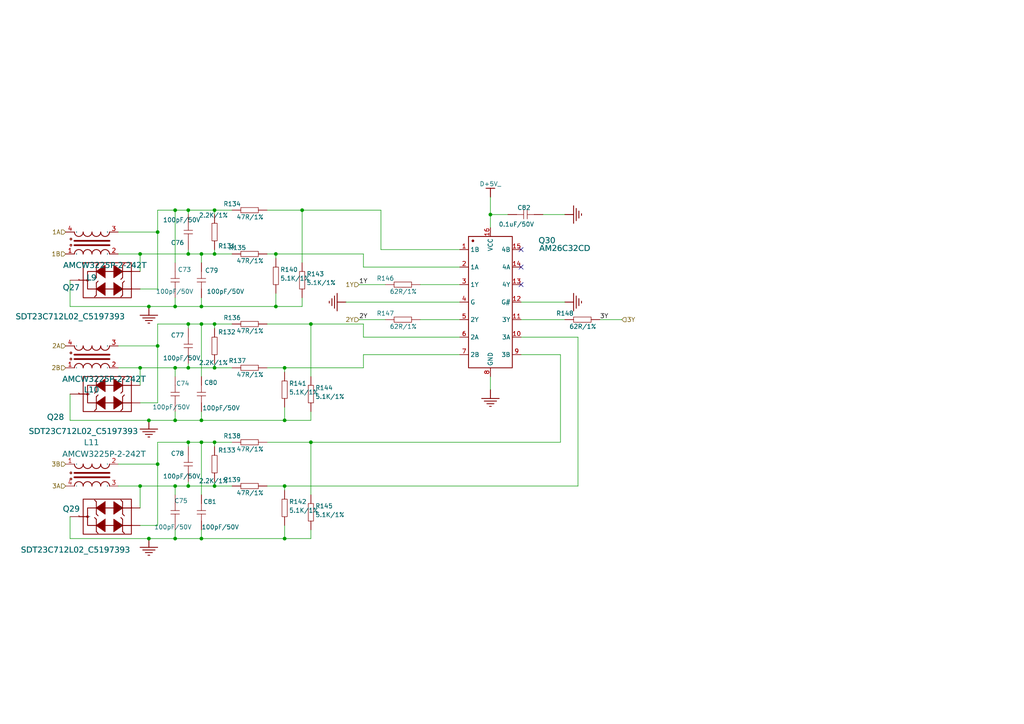
<source format=kicad_sch>
(kicad_sch (version 20250114) (generator "eeschema") (generator_version "9.0")
  (paper "A4")
  (junction (at 50.8 121.92))
  (junction (at 54.61 73.66))
  (junction (at 54.61 106.68))
  (junction (at 62.23 93.98))
  (junction (at 62.23 128.27))
  (junction (at 50.8 88.9))
  (junction (at 82.55 140.97))
  (junction (at 142.24 62.23))
  (junction (at 80.01 73.66))
  (junction (at 62.23 106.68))
  (junction (at 62.23 140.97))
  (junction (at 43.18 88.9))
  (junction (at 40.64 73.66))
  (junction (at 40.64 106.68))
  (junction (at 62.23 60.96))
  (junction (at 40.64 140.97))
  (junction (at 58.42 73.66))
  (junction (at 45.72 67.31))
  (junction (at 87.63 60.96))
  (junction (at 50.8 106.68))
  (junction (at 45.72 134.62))
  (junction (at 54.61 128.27))
  (junction (at 62.23 73.66))
  (junction (at 50.8 60.96))
  (junction (at 58.42 128.27))
  (junction (at 90.17 128.27))
  (junction (at 54.61 60.96))
  (junction (at 58.42 88.9))
  (junction (at 82.55 121.92))
  (junction (at 50.8 156.21))
  (junction (at 58.42 156.21))
  (junction (at 58.42 93.98))
  (junction (at 80.01 88.9))
  (junction (at 82.55 156.21))
  (junction (at 54.61 93.98))
  (junction (at 58.42 121.92))
  (junction (at 54.61 140.97))
  (junction (at 82.55 106.68))
  (junction (at 43.18 121.92))
  (junction (at 90.17 93.98))
  (junction (at 43.18 156.21))
  (junction (at 50.8 140.97))
  (junction (at 45.72 100.33))
  (no_connect (at 151.13 77.47))
  (no_connect (at 151.13 72.39))
  (no_connect (at 151.13 82.55))
  (wire (pts (xy 54.61 60.96) (xy 62.23 60.96)))
  (wire (pts (xy 45.72 128.27) (xy 54.61 128.27)))
  (wire (pts (xy 82.55 140.97) (xy 167.64 140.97)))
  (wire (pts (xy 110.49 60.96) (xy 110.49 72.39)))
  (wire (pts (xy 58.42 128.27) (xy 62.23 128.27)))
  (wire (pts (xy 90.17 121.92) (xy 90.17 119.38)))
  (wire (pts (xy 40.64 152.4) (xy 45.72 152.4)))
  (wire (pts (xy 58.42 156.21) (xy 82.55 156.21)))
  (wire (pts (xy 54.61 72.39) (xy 54.61 73.66)))
  (wire (pts (xy 54.61 129.54) (xy 54.61 128.27)))
  (wire (pts (xy 162.56 128.27) (xy 162.56 102.87)))
  (wire (pts (xy 82.55 121.92) (xy 82.55 118.11)))
  (wire (pts (xy 62.23 128.27) (xy 67.31 128.27)))
  (wire (pts (xy 45.72 83.82) (xy 40.64 83.82)))
  (wire (pts (xy 133.35 87.63) (xy 100.33 87.63)))
  (wire (pts (xy 45.72 60.96) (xy 50.8 60.96)))
  (wire (pts (xy 58.42 93.98) (xy 62.23 93.98)))
  (wire (pts (xy 62.23 93.98) (xy 67.31 93.98)))
  (wire (pts (xy 151.13 92.71) (xy 163.83 92.71)))
  (wire (pts (xy 45.72 100.33) (xy 45.72 116.84)))
  (wire (pts (xy 104.14 92.71) (xy 111.76 92.71)))
  (wire (pts (xy 54.61 73.66) (xy 58.42 73.66)))
  (wire (pts (xy 67.31 73.66) (xy 62.23 73.66)))
  (wire (pts (xy 80.01 85.09) (xy 80.01 88.9)))
  (wire (pts (xy 105.41 97.79) (xy 133.35 97.79)))
  (wire (pts (xy 104.14 82.55) (xy 111.76 82.55)))
  (wire (pts (xy 62.23 106.68) (xy 54.61 106.68)))
  (wire (pts (xy 167.64 140.97) (xy 167.64 97.79)))
  (wire (pts (xy 50.8 109.22) (xy 50.8 106.68)))
  (wire (pts (xy 147.32 62.23) (xy 142.24 62.23)))
  (wire (pts (xy 105.41 106.68) (xy 105.41 102.87)))
  (wire (pts (xy 40.64 106.68) (xy 34.29 106.68)))
  (wire (pts (xy 50.8 88.9) (xy 50.8 86.36)))
  (wire (pts (xy 82.55 107.95) (xy 82.55 106.68)))
  (wire (pts (xy 50.8 156.21) (xy 50.8 153.67)))
  (wire (pts (xy 80.01 74.93) (xy 80.01 73.66)))
  (wire (pts (xy 82.55 142.24) (xy 82.55 140.97)))
  (wire (pts (xy 45.72 100.33) (xy 45.72 93.98)))
  (wire (pts (xy 163.83 62.23) (xy 157.48 62.23)))
  (wire (pts (xy 142.24 62.23) (xy 142.24 66.04)))
  (wire (pts (xy 105.41 102.87) (xy 133.35 102.87)))
  (wire (pts (xy 20.32 88.9) (xy 20.32 81.28)))
  (wire (pts (xy 133.35 82.55) (xy 121.92 82.55)))
  (wire (pts (xy 20.32 121.92) (xy 43.18 121.92)))
  (wire (pts (xy 40.64 73.66) (xy 40.64 78.74)))
  (wire (pts (xy 90.17 143.51) (xy 90.17 128.27)))
  (wire (pts (xy 62.23 140.97) (xy 54.61 140.97)))
  (wire (pts (xy 40.64 73.66) (xy 34.29 73.66)))
  (wire (pts (xy 20.32 88.9) (xy 43.18 88.9)))
  (wire (pts (xy 20.32 114.3) (xy 20.32 121.92)))
  (wire (pts (xy 62.23 73.66) (xy 58.42 73.66)))
  (wire (pts (xy 50.8 60.96) (xy 54.61 60.96)))
  (wire (pts (xy 82.55 156.21) (xy 90.17 156.21)))
  (wire (pts (xy 90.17 156.21) (xy 90.17 153.67)))
  (wire (pts (xy 58.42 128.27) (xy 58.42 143.51)))
  (wire (pts (xy 162.56 102.87) (xy 151.13 102.87)))
  (wire (pts (xy 67.31 106.68) (xy 62.23 106.68)))
  (wire (pts (xy 20.32 156.21) (xy 43.18 156.21)))
  (wire (pts (xy 87.63 86.36) (xy 87.63 88.9)))
  (wire (pts (xy 43.18 88.9) (xy 50.8 88.9)))
  (wire (pts (xy 105.41 73.66) (xy 105.41 77.47)))
  (wire (pts (xy 54.61 93.98) (xy 58.42 93.98)))
  (wire (pts (xy 45.72 134.62) (xy 45.72 128.27)))
  (wire (pts (xy 50.8 60.96) (xy 50.8 76.2)))
  (wire (pts (xy 50.8 106.68) (xy 54.61 106.68)))
  (wire (pts (xy 90.17 128.27) (xy 162.56 128.27)))
  (wire (pts (xy 142.24 57.15) (xy 142.24 62.23)))
  (wire (pts (xy 121.92 92.71) (xy 133.35 92.71)))
  (wire (pts (xy 43.18 121.92) (xy 50.8 121.92)))
  (wire (pts (xy 62.23 95.25) (xy 62.23 93.98)))
  (wire (pts (xy 82.55 106.68) (xy 105.41 106.68)))
  (wire (pts (xy 45.72 134.62) (xy 34.29 134.62)))
  (wire (pts (xy 62.23 72.39) (xy 62.23 73.66)))
  (wire (pts (xy 58.42 121.92) (xy 82.55 121.92)))
  (wire (pts (xy 90.17 128.27) (xy 77.47 128.27)))
  (wire (pts (xy 40.64 140.97) (xy 50.8 140.97)))
  (wire (pts (xy 62.23 105.41) (xy 62.23 106.68)))
  (wire (pts (xy 40.64 116.84) (xy 45.72 116.84)))
  (wire (pts (xy 40.64 106.68) (xy 40.64 111.76)))
  (wire (pts (xy 54.61 60.96) (xy 54.61 62.23)))
  (wire (pts (xy 50.8 143.51) (xy 50.8 140.97)))
  (wire (pts (xy 90.17 93.98) (xy 77.47 93.98)))
  (wire (pts (xy 62.23 62.23) (xy 62.23 60.96)))
  (wire (pts (xy 62.23 139.7) (xy 62.23 140.97)))
  (wire (pts (xy 87.63 60.96) (xy 77.47 60.96)))
  (wire (pts (xy 151.13 87.63) (xy 163.83 87.63)))
  (wire (pts (xy 90.17 109.22) (xy 90.17 93.98)))
  (wire (pts (xy 50.8 140.97) (xy 54.61 140.97)))
  (wire (pts (xy 80.01 73.66) (xy 105.41 73.66)))
  (wire (pts (xy 45.72 134.62) (xy 45.72 152.4)))
  (wire (pts (xy 167.64 97.79) (xy 151.13 97.79)))
  (wire (pts (xy 45.72 100.33) (xy 34.29 100.33)))
  (wire (pts (xy 50.8 88.9) (xy 58.42 88.9)))
  (wire (pts (xy 87.63 76.2) (xy 87.63 60.96)))
  (wire (pts (xy 58.42 121.92) (xy 58.42 119.38)))
  (wire (pts (xy 54.61 128.27) (xy 58.42 128.27)))
  (wire (pts (xy 67.31 140.97) (xy 62.23 140.97)))
  (wire (pts (xy 45.72 93.98) (xy 54.61 93.98)))
  (wire (pts (xy 50.8 121.92) (xy 50.8 119.38)))
  (wire (pts (xy 58.42 73.66) (xy 58.42 76.2)))
  (wire (pts (xy 50.8 121.92) (xy 58.42 121.92)))
  (wire (pts (xy 58.42 93.98) (xy 58.42 109.22)))
  (wire (pts (xy 105.41 77.47) (xy 133.35 77.47)))
  (wire (pts (xy 54.61 140.97) (xy 54.61 139.7)))
  (wire (pts (xy 62.23 129.54) (xy 62.23 128.27)))
  (wire (pts (xy 58.42 88.9) (xy 80.01 88.9)))
  (wire (pts (xy 80.01 88.9) (xy 87.63 88.9)))
  (wire (pts (xy 82.55 140.97) (xy 77.47 140.97)))
  (wire (pts (xy 105.41 93.98) (xy 105.41 97.79)))
  (wire (pts (xy 54.61 95.25) (xy 54.61 93.98)))
  (wire (pts (xy 90.17 93.98) (xy 105.41 93.98)))
  (wire (pts (xy 45.72 67.31) (xy 45.72 60.96)))
  (wire (pts (xy 62.23 60.96) (xy 67.31 60.96)))
  (wire (pts (xy 80.01 73.66) (xy 77.47 73.66)))
  (wire (pts (xy 87.63 60.96) (xy 110.49 60.96)))
  (wire (pts (xy 50.8 156.21) (xy 58.42 156.21)))
  (wire (pts (xy 110.49 72.39) (xy 133.35 72.39)))
  (wire (pts (xy 142.24 109.22) (xy 142.24 113.03)))
  (wire (pts (xy 40.64 140.97) (xy 40.64 147.32)))
  (wire (pts (xy 34.29 67.31) (xy 45.72 67.31)))
  (wire (pts (xy 20.32 149.86) (xy 20.32 156.21)))
  (wire (pts (xy 82.55 106.68) (xy 77.47 106.68)))
  (wire (pts (xy 54.61 106.68) (xy 54.61 105.41)))
  (wire (pts (xy 180.34 92.71) (xy 173.99 92.71)))
  (wire (pts (xy 43.18 156.21) (xy 50.8 156.21)))
  (wire (pts (xy 58.42 88.9) (xy 58.42 86.36)))
  (wire (pts (xy 82.55 156.21) (xy 82.55 152.4)))
  (wire (pts (xy 58.42 156.21) (xy 58.42 153.67)))
  (wire (pts (xy 45.72 67.31) (xy 45.72 83.82)))
  (wire (pts (xy 40.64 140.97) (xy 34.29 140.97)))
  (wire (pts (xy 82.55 121.92) (xy 90.17 121.92)))
  (wire (pts (xy 40.64 73.66) (xy 54.61 73.66)))
  (wire (pts (xy 40.64 106.68) (xy 50.8 106.68)))
  (label "1Y" (at 104.14 82.55 0))
  (label "2Y" (at 104.14 92.71 0))
  (label "3Y" (at 173.99 92.71 0))
  (hierarchical_label "1Y" (shape input) (at 104.14 82.55 180))
  (hierarchical_label "3Y" (shape input) (at 180.34 92.71 0))
  (hierarchical_label "2B" (shape input) (at 19.05 106.68 180))
  (hierarchical_label "2Y" (shape input) (at 104.14 92.71 180))
  (hierarchical_label "3A" (shape input) (at 19.05 140.97 180))
  (hierarchical_label "1A" (shape input) (at 19.05 67.31 180))
  (hierarchical_label "3B" (shape input) (at 19.05 134.62 180))
  (hierarchical_label "1B" (shape input) (at 19.05 73.66 180))
  (hierarchical_label "2A" (shape input) (at 19.05 100.33 180))
  (symbol (lib_id "sheet1-altium-import:RES_3") (at 80.01 115.57 90) (unit 1)
    (property "Reference" "R141" (at 83.82 110.49 90) (effects (justify right bottom)))
    (property "Value" "5.1K/1%" (at 83.82 113.03 90) (effects (justify right bottom)))
    (property "Footprint" "Resistor_SMD:R_0603_1608Metric" (effects (hide yes)))
    (property "Automotive" "AEC-Q200" (effects (hide yes)))
    (property "Datasheet Link" "\\\\10.192.7.10\\Dianqu-CIS\\DATASHEET-New\\电阻\\YAGEO_AC_规格书.pdf" (effects (hide yes)))
    (property "EBOM Description" "电阻-3K-±1%-1/10W-(-55~155℃)-车规-0603" (effects (hide yes)))
    (property "Height" "0.55" (effects (hide yes)))
    (property "ID" "465" (effects (hide yes)))
    (property "Implementation Type" "<none>" (effects (hide yes)))
    (property "New Part Number" "3.2.03.01.00477" (effects (hide yes)))
    (property "Origin Footprint" "0603R" (effects (hide yes)))
    (property "PCB Footprint" "0603R" (effects (hide yes)))
    (property "Part State" "未认定" (effects (hide yes)))
    (property "Part Type" "普通电阻" (effects (hide yes)))
    (property "Power Pins Visible" "False" (effects (hide yes)))
    (property "Primitive" "DEFAULT" (effects (hide yes)))
    (property "Source Package" "RES" (effects (hide yes)))
    (property "priority" "H" (effects (hide yes)))
    (property "purpose" "通用" (effects (hide yes)))
    (property "制造商名称" "MC000003_国巨（YAGEO）" (effects (hide yes)))
    (instances (project "sheet1" (path "" (reference "R141") (unit 1)) (path "" (reference "R159") (unit 1))))
  )
  (symbol (lib_id "sheet1-altium-import:CAP_1") (at 53.34 83.82 180) (unit 1)
    (property "Reference" "C73" (at 51.562 77.47 0) (effects (justify right bottom)))
    (property "Value" "100pF/50V" (at 45.212 83.82 0) (effects (justify right bottom)))
    (property "Footprint" "Capacitor_SMD:C_0603_1608Metric" (effects (hide yes)))
    (property "Implementation Type" "<none>" (effects (hide yes)))
    (property "New Part Number" "3.2.04.05.00143" (effects (hide yes)))
    (property "Origin Footprint" "0603C" (effects (hide yes)))
    (property "PCB Footprint" "0603C" (effects (hide yes)))
    (property "Power Pins Visible" "False" (effects (hide yes)))
    (property "Primitive" "DEFAULT" (effects (hide yes)))
    (property "Source Package" "CAP" (effects (hide yes)))
    (property "Automotive" "AEC-Q200" (effects (hide yes)))
    (property "Datasheet Link" "\\\\10.192.7.10\\Dianqu-CIS\\DATASHEET-New\\电容\\KEMET_MLCC_规格书.PDF" (effects (hide yes)))
    (property "EBOM Description" "瓷片电容-330pF-±10%-50V-X7R-(-55~125℃)-车规-0603" (effects (hide yes)))
    (property "Height" "0.87" (effects (hide yes)))
    (property "ID" "146" (effects (hide yes)))
    (property "Part State" "已认定" (effects (hide yes)))
    (property "Part Type" "瓷片电容" (effects (hide yes)))
    (property "priority" "L" (effects (hide yes)))
    (property "purpose" "通用" (effects (hide yes)))
    (property "制造商名称" "MC000042_基美（KEMET）" (effects (hide yes)))
    (instances (project "sheet1" (path "" (reference "C73") (unit 1)) (path "" (reference "C83") (unit 1))))
  )
  (symbol (lib_id "sheet1-altium-import:RES_2") (at 69.85 138.43 0) (unit 1)
    (property "Reference" "R139" (at 64.77 138.43 0) (effects (justify left top)))
    (property "Value" "47R/1%" (at 68.58 142.24 0) (effects (justify left top)))
    (property "Footprint" "Lib_sheet_10:R_0603_1608Metric" (effects (hide yes)))
    (property "Automotive" "AEC-Q200" (effects (hide yes)))
    (property "Datasheet Link" "\\\\10.192.7.10\\Dianqu-CIS\\DATASHEET-New\\电阻\\YAGEO_AC_规格书.pdf" (effects (hide yes)))
    (property "EBOM Description" "电阻-47R-±1%-1/8W-(-55~155℃)-车规-0805" (effects (hide yes)))
    (property "Height" "0.6" (effects (hide yes)))
    (property "ID" "332" (effects (hide yes)))
    (property "Implementation Type" "<none>" (effects (hide yes)))
    (property "New Part Number" "3.2.03.01.00339" (effects (hide yes)))
    (property "Origin Footprint" "0805R" (effects (hide yes)))
    (property "PCB Footprint" "0805R" (effects (hide yes)))
    (property "Part State" "已认定" (effects (hide yes)))
    (property "Part Type" "普通电阻" (effects (hide yes)))
    (property "Power Pins Visible" "False" (effects (hide yes)))
    (property "Primitive" "DEFAULT" (effects (hide yes)))
    (property "Source Package" "RES" (effects (hide yes)))
    (property "priority" "H" (effects (hide yes)))
    (property "purpose" "通用" (effects (hide yes)))
    (property "制造商名称" "MC000003_国巨（YAGEO）" (effects (hide yes)))
    (instances (project "sheet1" (path "" (reference "R139") (unit 1)) (path "" (reference "R157") (unit 1))))
  )
  (symbol (lib_id "sheet1-altium-import:D+5V") (at 142.24 57.15 180) (unit 1)
    (property "Reference" "#PWR0142" (effects (hide yes)))
    (property "Value" "D+5V_" (at 142.24 53.34 0))
    (property "Description" "电源符号创建名为 'D+5V' 的全局标签" (effects (hide yes)))
    (instances (project "sheet1" (path "" (reference "#PWR0142") (unit 1)) (path "" (reference "#PWR0150") (unit 1))))
  )
  (symbol (lib_id "sheet1-altium-import:SDT23C712L02_C5197393") (at 31.75 81.28 90) (mirror x) (unit 1)
    (property "Reference" "Q27" (at 23.114 82.55 90) (effects (font (size 1.6891 1.6891)) (justify left top)))
    (property "Value" "SDT23C712L02_C5197393" (at 37.084 90.932 90) (effects (font (size 1.6891 1.6891)) (justify left top)))
    (property "Footprint" "Lib2ic:SOT-23-3_L2.9-W1.3-P1.90-LS2.4-BR" (effects (hide yes)))
    (property "Manufacturer Part" "SDT23C712L02" (effects (hide yes)))
    (property "Manufacturer" "TECH PUBLIC(台舟)" (effects (hide yes)))
    (property "Supplier Part" "C5197393" (effects (hide yes)))
    (property "Supplier" "LCSC" (effects (hide yes)))
    (instances (project "sheet1" (path "" (reference "Q27") (unit 1)) (path "" (reference "Q31") (unit 1))))
  )
  (symbol (lib_id "sheet1-altium-import:AGND") (at 163.83 62.23 90) (unit 1)
    (property "Reference" "#PWR0144" (effects (hide yes)))
    (property "Value" "AGND" (effects (hide yes)))
    (property "Description" "电源符号创建名为 'AGND' 的全局标签" (effects (hide yes)))
    (instances (project "sheet1" (path "" (reference "#PWR0144") (unit 1)) (path "" (reference "#PWR0152") (unit 1))))
  )
  (symbol (lib_id "sheet1-altium-import:RES_2") (at 69.85 91.44 0) (unit 1)
    (property "Reference" "R136" (at 64.77 91.44 0) (effects (justify left top)))
    (property "Value" "47R/1%" (at 68.58 95.25 0) (effects (justify left top)))
    (property "Footprint" "Lib_sheet_10:R_0603_1608Metric" (effects (hide yes)))
    (property "Automotive" "AEC-Q200" (effects (hide yes)))
    (property "Datasheet Link" "\\\\10.192.7.10\\Dianqu-CIS\\DATASHEET-New\\电阻\\YAGEO_AC_规格书.pdf" (effects (hide yes)))
    (property "EBOM Description" "电阻-47R-±1%-1/8W-(-55~155℃)-车规-0805" (effects (hide yes)))
    (property "Height" "0.6" (effects (hide yes)))
    (property "ID" "332" (effects (hide yes)))
    (property "Implementation Type" "<none>" (effects (hide yes)))
    (property "New Part Number" "3.2.03.01.00339" (effects (hide yes)))
    (property "Origin Footprint" "0805R" (effects (hide yes)))
    (property "PCB Footprint" "0805R" (effects (hide yes)))
    (property "Part State" "已认定" (effects (hide yes)))
    (property "Part Type" "普通电阻" (effects (hide yes)))
    (property "Power Pins Visible" "False" (effects (hide yes)))
    (property "Primitive" "DEFAULT" (effects (hide yes)))
    (property "Source Package" "RES" (effects (hide yes)))
    (property "priority" "H" (effects (hide yes)))
    (property "purpose" "通用" (effects (hide yes)))
    (property "制造商名称" "MC000003_国巨（YAGEO）" (effects (hide yes)))
    (instances (project "sheet1" (path "" (reference "R136") (unit 1)) (path "" (reference "R154") (unit 1))))
  )
  (symbol (lib_id "sheet1-altium-import:RES_3") (at 80.01 149.86 90) (unit 1)
    (property "Reference" "R142" (at 83.82 144.78 90) (effects (justify right bottom)))
    (property "Value" "5.1K/1%" (at 83.82 147.32 90) (effects (justify right bottom)))
    (property "Footprint" "Resistor_SMD:R_0603_1608Metric" (effects (hide yes)))
    (property "Automotive" "AEC-Q200" (effects (hide yes)))
    (property "Datasheet Link" "\\\\10.192.7.10\\Dianqu-CIS\\DATASHEET-New\\电阻\\YAGEO_AC_规格书.pdf" (effects (hide yes)))
    (property "EBOM Description" "电阻-3K-±1%-1/10W-(-55~155℃)-车规-0603" (effects (hide yes)))
    (property "Height" "0.55" (effects (hide yes)))
    (property "ID" "465" (effects (hide yes)))
    (property "Implementation Type" "<none>" (effects (hide yes)))
    (property "New Part Number" "3.2.03.01.00477" (effects (hide yes)))
    (property "Origin Footprint" "0603R" (effects (hide yes)))
    (property "PCB Footprint" "0603R" (effects (hide yes)))
    (property "Part State" "未认定" (effects (hide yes)))
    (property "Part Type" "普通电阻" (effects (hide yes)))
    (property "Power Pins Visible" "False" (effects (hide yes)))
    (property "Primitive" "DEFAULT" (effects (hide yes)))
    (property "Source Package" "RES" (effects (hide yes)))
    (property "priority" "H" (effects (hide yes)))
    (property "purpose" "通用" (effects (hide yes)))
    (property "制造商名称" "MC000003_国巨（YAGEO）" (effects (hide yes)))
    (instances (project "sheet1" (path "" (reference "R142") (unit 1)) (path "" (reference "R160") (unit 1))))
  )
  (symbol (lib_id "sheet1-altium-import:RES_2") (at 69.85 58.42 0) (unit 1)
    (property "Reference" "R134" (at 64.77 58.42 0) (effects (justify left top)))
    (property "Value" "47R/1%" (at 68.58 62.23 0) (effects (justify left top)))
    (property "Footprint" "Lib_sheet_10:R_0603_1608Metric" (effects (hide yes)))
    (property "Automotive" "AEC-Q200" (effects (hide yes)))
    (property "Datasheet Link" "\\\\10.192.7.10\\Dianqu-CIS\\DATASHEET-New\\电阻\\YAGEO_AC_规格书.pdf" (effects (hide yes)))
    (property "EBOM Description" "电阻-47R-±1%-1/8W-(-55~155℃)-车规-0805" (effects (hide yes)))
    (property "Height" "0.6" (effects (hide yes)))
    (property "ID" "332" (effects (hide yes)))
    (property "Implementation Type" "<none>" (effects (hide yes)))
    (property "New Part Number" "3.2.03.01.00339" (effects (hide yes)))
    (property "Origin Footprint" "0805R" (effects (hide yes)))
    (property "PCB Footprint" "0805R" (effects (hide yes)))
    (property "Part State" "已认定" (effects (hide yes)))
    (property "Part Type" "普通电阻" (effects (hide yes)))
    (property "Power Pins Visible" "False" (effects (hide yes)))
    (property "Primitive" "DEFAULT" (effects (hide yes)))
    (property "Source Package" "RES" (effects (hide yes)))
    (property "priority" "H" (effects (hide yes)))
    (property "purpose" "通用" (effects (hide yes)))
    (property "制造商名称" "MC000003_国巨（YAGEO）" (effects (hide yes)))
    (instances (project "sheet1" (path "" (reference "R134") (unit 1)) (path "" (reference "R152") (unit 1))))
  )
  (symbol (lib_id "sheet1-altium-import:RES_3") (at 87.63 151.13 90) (unit 1)
    (property "Reference" "R145" (at 91.44 146.05 90) (effects (justify right bottom)))
    (property "Value" "5.1K/1%" (at 91.44 148.59 90) (effects (justify right bottom)))
    (property "Footprint" "Resistor_SMD:R_0603_1608Metric" (effects (hide yes)))
    (property "Automotive" "AEC-Q200" (effects (hide yes)))
    (property "Datasheet Link" "\\\\10.192.7.10\\Dianqu-CIS\\DATASHEET-New\\电阻\\YAGEO_AC_规格书.pdf" (effects (hide yes)))
    (property "EBOM Description" "电阻-3K-±1%-1/10W-(-55~155℃)-车规-0603" (effects (hide yes)))
    (property "Height" "0.55" (effects (hide yes)))
    (property "ID" "465" (effects (hide yes)))
    (property "Implementation Type" "<none>" (effects (hide yes)))
    (property "New Part Number" "3.2.03.01.00477" (effects (hide yes)))
    (property "Origin Footprint" "0603R" (effects (hide yes)))
    (property "PCB Footprint" "0603R" (effects (hide yes)))
    (property "Part State" "未认定" (effects (hide yes)))
    (property "Part Type" "普通电阻" (effects (hide yes)))
    (property "Power Pins Visible" "False" (effects (hide yes)))
    (property "Primitive" "DEFAULT" (effects (hide yes)))
    (property "Source Package" "RES" (effects (hide yes)))
    (property "priority" "H" (effects (hide yes)))
    (property "purpose" "通用" (effects (hide yes)))
    (property "制造商名称" "MC000003_国巨（YAGEO）" (effects (hide yes)))
    (instances (project "sheet1" (path "" (reference "R145") (unit 1)) (path "" (reference "R163") (unit 1))))
  )
  (symbol (lib_id "sheet1-altium-import:RES_1") (at 59.69 64.77 90) (mirror x) (unit 1)
    (property "Reference" "R131" (at 63.246 70.612 90) (effects (justify right top)))
    (property "Value" "2.2K/1%" (at 57.658 61.722 90) (effects (justify right top)))
    (property "Footprint" "Resistor_SMD:R_0603_1608Metric" (effects (hide yes)))
    (property "Automotive" "非车规" (effects (hide yes)))
    (property "Datasheet Link" "\\\\10.192.7.10\\Dianqu-CIS\\DATASHEET-New\\电阻\\YAGEO_RC_规格书.pdf" (effects (hide yes)))
    (property "EBOM Description" "电阻-10R-±1%-1/10W-(-55~155℃)-0603" (effects (hide yes)))
    (property "Height" "0.55" (effects (hide yes)))
    (property "ID" "269" (effects (hide yes)))
    (property "Implementation Type" "<none>" (effects (hide yes)))
    (property "New Part Number" "3.2.03.01.00274" (effects (hide yes)))
    (property "Origin Footprint" "0603R" (effects (hide yes)))
    (property "PCB Footprint" "0603R" (effects (hide yes)))
    (property "Part State" "已认定" (effects (hide yes)))
    (property "Part Type" "普通电阻" (effects (hide yes)))
    (property "Power Pins Visible" "False" (effects (hide yes)))
    (property "Primitive" "DEFAULT" (effects (hide yes)))
    (property "Source Package" "RES" (effects (hide yes)))
    (property "priority" "H" (effects (hide yes)))
    (property "purpose" "通用" (effects (hide yes)))
    (property "制造商名称" "MC000003_国巨（YAGEO）" (effects (hide yes)))
    (instances (project "sheet1" (path "" (reference "R131") (unit 1)) (path "" (reference "R149") (unit 1))))
  )
  (symbol (lib_id "sheet1-altium-import:CAP_1") (at 57.15 64.77 0) (mirror y) (unit 1)
    (property "Reference" "C76" (at 49.53 71.12 0) (effects (justify right bottom)))
    (property "Value" "100pF/50V" (at 47.244 64.516 0) (effects (justify right bottom)))
    (property "Footprint" "Capacitor_SMD:C_0603_1608Metric" (effects (hide yes)))
    (property "Implementation Type" "<none>" (effects (hide yes)))
    (property "New Part Number" "3.2.04.05.00143" (effects (hide yes)))
    (property "Origin Footprint" "0603C" (effects (hide yes)))
    (property "PCB Footprint" "0603C" (effects (hide yes)))
    (property "Power Pins Visible" "False" (effects (hide yes)))
    (property "Primitive" "DEFAULT" (effects (hide yes)))
    (property "Source Package" "CAP" (effects (hide yes)))
    (property "Automotive" "AEC-Q200" (effects (hide yes)))
    (property "Datasheet Link" "\\\\10.192.7.10\\Dianqu-CIS\\DATASHEET-New\\电容\\KEMET_MLCC_规格书.PDF" (effects (hide yes)))
    (property "EBOM Description" "瓷片电容-330pF-±10%-50V-X7R-(-55~125℃)-车规-0603" (effects (hide yes)))
    (property "Height" "0.87" (effects (hide yes)))
    (property "ID" "146" (effects (hide yes)))
    (property "Part State" "已认定" (effects (hide yes)))
    (property "Part Type" "瓷片电容" (effects (hide yes)))
    (property "priority" "L" (effects (hide yes)))
    (property "purpose" "通用" (effects (hide yes)))
    (property "制造商名称" "MC000042_基美（KEMET）" (effects (hide yes)))
    (instances (project "sheet1" (path "" (reference "C76") (unit 1)) (path "" (reference "C86") (unit 1))))
  )
  (symbol (lib_id "sheet1-altium-import:CAP_2") (at 154.94 59.69 270) (unit 1)
    (property "Reference" "C82" (at 153.924 60.96 90) (effects (justify right bottom)))
    (property "Value" "0.1uF/50V" (at 154.94 65.786 90) (effects (justify right bottom)))
    (property "Footprint" "Capacitor_SMD:C_0603_1608Metric" (effects (hide yes)))
    (property "Automotive" "AEC-Q200" (effects (hide yes)))
    (property "Datasheet Link" "\\\\10.30.16.21\\D-UserFiles\\Cadence-share\\CIS_LP\\DATASHEET-New\\电容\\KEMET_MLCC_规格书.PDF" (effects (hide yes)))
    (property "EBOM Description" "瓷片电容-0.1uF-±10%-50V-X7R-(-55~125℃)-车规-0603" (effects (hide yes)))
    (property "Height" "0.87" (effects (hide yes)))
    (property "Implementation Type" "<none>" (effects (hide yes)))
    (property "New Part Number" "3.2.04.05.00132" (effects (hide yes)))
    (property "Origin Footprint" "0603C" (effects (hide yes)))
    (property "PCB Footprint" "0603C" (effects (hide yes)))
    (property "Part State" "已认定" (effects (hide yes)))
    (property "Part Type" "瓷片电容" (effects (hide yes)))
    (property "Power Pins Visible" "False" (effects (hide yes)))
    (property "Primitive" "DEFAULT" (effects (hide yes)))
    (property "Source Package" "CAP" (effects (hide yes)))
    (property "priority" "H" (effects (hide yes)))
    (property "purpose" "通用" (effects (hide yes)))
    (property "制造商名称" "MC000042_基美（KEMET）" (effects (hide yes)))
    (instances (project "sheet1" (path "" (reference "C82") (unit 1)) (path "" (reference "C92") (unit 1))))
  )
  (symbol (lib_id "sheet1-altium-import:RES_4") (at 171.45 95.25 180) (unit 1)
    (property "Reference" "R148" (at 161.29 90.17 0) (effects (justify right bottom)))
    (property "Value" "62R/1%" (at 165.1 93.98 0) (effects (justify right bottom)))
    (property "Footprint" "Resistor_SMD:R_0603_1608Metric" (effects (hide yes)))
    (property "Automotive" "AEC-Q200" (effects (hide yes)))
    (property "Datasheet Link" "\\\\10.192.7.10\\Dianqu-CIS\\DATASHEET-New\\电阻\\YAGEO_AC_规格书.pdf" (effects (hide yes)))
    (property "EBOM Description" "电阻-150k-±1%-1/10W-(-55~155℃)-车规-0603" (effects (hide yes)))
    (property "Height" "0.55" (effects (hide yes)))
    (property "ID" "349" (effects (hide yes)))
    (property "Implementation Type" "<none>" (effects (hide yes)))
    (property "New Part Number" "3.2.03.01.00356" (effects (hide yes)))
    (property "Origin Footprint" "0603R" (effects (hide yes)))
    (property "PCB Footprint" "0603R" (effects (hide yes)))
    (property "Part State" "已认定" (effects (hide yes)))
    (property "Part Type" "普通电阻" (effects (hide yes)))
    (property "Power Pins Visible" "False" (effects (hide yes)))
    (property "Primitive" "DEFAULT" (effects (hide yes)))
    (property "Source Package" "RES" (effects (hide yes)))
    (property "priority" "H" (effects (hide yes)))
    (property "purpose" "通用" (effects (hide yes)))
    (property "制造商名称" "MC000003_国巨（YAGEO）" (effects (hide yes)))
    (instances (project "sheet1" (path "" (reference "R148") (unit 1)) (path "" (reference "R166") (unit 1))))
  )
  (symbol (lib_id "sheet1-altium-import:CAP_1") (at 57.15 137.16 180) (unit 1)
    (property "Reference" "C78" (at 49.53 130.81 0) (effects (justify right bottom)))
    (property "Value" "100pF/50V" (at 47.244 137.414 0) (effects (justify right bottom)))
    (property "Footprint" "Capacitor_SMD:C_0603_1608Metric" (effects (hide yes)))
    (property "Implementation Type" "<none>" (effects (hide yes)))
    (property "New Part Number" "3.2.04.05.00143" (effects (hide yes)))
    (property "Origin Footprint" "0603C" (effects (hide yes)))
    (property "PCB Footprint" "0603C" (effects (hide yes)))
    (property "Power Pins Visible" "False" (effects (hide yes)))
    (property "Primitive" "DEFAULT" (effects (hide yes)))
    (property "Source Package" "CAP" (effects (hide yes)))
    (property "Automotive" "AEC-Q200" (effects (hide yes)))
    (property "Datasheet Link" "\\\\10.192.7.10\\Dianqu-CIS\\DATASHEET-New\\电容\\KEMET_MLCC_规格书.PDF" (effects (hide yes)))
    (property "EBOM Description" "瓷片电容-330pF-±10%-50V-X7R-(-55~125℃)-车规-0603" (effects (hide yes)))
    (property "Height" "0.87" (effects (hide yes)))
    (property "ID" "146" (effects (hide yes)))
    (property "Part State" "已认定" (effects (hide yes)))
    (property "Part Type" "瓷片电容" (effects (hide yes)))
    (property "priority" "L" (effects (hide yes)))
    (property "purpose" "通用" (effects (hide yes)))
    (property "制造商名称" "MC000042_基美（KEMET）" (effects (hide yes)))
    (instances (project "sheet1" (path "" (reference "C78") (unit 1)) (path "" (reference "C88") (unit 1))))
  )
  (symbol (lib_id "sheet1-altium-import:AMCW3225P-2-242T") (at 26.67 104.14 0) (mirror x) (unit 0)
    (property "Reference" "L10" (at 24.384 114.046 0) (effects (font (size 1.6891 1.6891)) (justify left top)))
    (property "Value" "AMCW3225P-2-242T" (at 16.51 110.998 0) (effects (font (size 1.6891 1.6891)) (justify left top)))
    (property "Footprint" "Lib_sheet_10:FILTER-SMD_4P-L3.2-W2.5-BL_WCM3225XXXX" (effects (hide yes)))
    (property "Manufacturer Part" "AMCW3225P-2-242T" (effects (hide yes)))
    (property "Manufacturer" "Sunlord(顺络)" (effects (hide yes)))
    (property "Supplier Part" "C2992328" (effects (hide yes)))
    (property "Supplier" "LCSC" (effects (hide yes)))
    (instances (project "sheet1" (path "" (reference "L10") (unit 0)) (path "" (reference "L13") (unit 0))))
  )
  (symbol (lib_id "sheet1-altium-import:AGND") (at 142.24 113.03 0) (unit 1)
    (property "Reference" "#PWR0143" (effects (hide yes)))
    (property "Value" "AGND" (effects (hide yes)))
    (property "Description" "电源符号创建名为 'AGND' 的全局标签" (effects (hide yes)))
    (instances (project "sheet1" (path "" (reference "#PWR0143") (unit 1)) (path "" (reference "#PWR0151") (unit 1))))
  )
  (symbol (lib_id "sheet1-altium-import:AGND") (at 43.18 121.92 0) (unit 1)
    (property "Reference" "#PWR0139" (effects (hide yes)))
    (property "Value" "AGND" (effects (hide yes)))
    (property "Description" "电源符号创建名为 'AGND' 的全局标签" (effects (hide yes)))
    (instances (project "sheet1" (path "" (reference "#PWR0139") (unit 1)) (path "" (reference "#PWR0147") (unit 1))))
  )
  (symbol (lib_id "sheet1-altium-import:CAP_1") (at 60.96 83.82 180) (unit 1)
    (property "Reference" "C79" (at 59.436 77.724 0) (effects (justify right bottom)))
    (property "Value" "100pF/50V" (at 59.944 83.82 0) (effects (justify right bottom)))
    (property "Footprint" "Capacitor_SMD:C_0603_1608Metric" (effects (hide yes)))
    (property "Implementation Type" "<none>" (effects (hide yes)))
    (property "New Part Number" "3.2.04.05.00143" (effects (hide yes)))
    (property "Origin Footprint" "0603C" (effects (hide yes)))
    (property "PCB Footprint" "0603C" (effects (hide yes)))
    (property "Power Pins Visible" "False" (effects (hide yes)))
    (property "Primitive" "DEFAULT" (effects (hide yes)))
    (property "Source Package" "CAP" (effects (hide yes)))
    (property "Automotive" "AEC-Q200" (effects (hide yes)))
    (property "Datasheet Link" "\\\\10.192.7.10\\Dianqu-CIS\\DATASHEET-New\\电容\\KEMET_MLCC_规格书.PDF" (effects (hide yes)))
    (property "EBOM Description" "瓷片电容-330pF-±10%-50V-X7R-(-55~125℃)-车规-0603" (effects (hide yes)))
    (property "Height" "0.87" (effects (hide yes)))
    (property "ID" "146" (effects (hide yes)))
    (property "Part State" "已认定" (effects (hide yes)))
    (property "Part Type" "瓷片电容" (effects (hide yes)))
    (property "priority" "L" (effects (hide yes)))
    (property "purpose" "通用" (effects (hide yes)))
    (property "制造商名称" "MC000042_基美（KEMET）" (effects (hide yes)))
    (instances (project "sheet1" (path "" (reference "C79") (unit 1)) (path "" (reference "C89") (unit 1))))
  )
  (symbol (lib_id "sheet1-altium-import:RES_2") (at 69.85 125.73 0) (unit 1)
    (property "Reference" "R138" (at 64.77 125.73 0) (effects (justify left top)))
    (property "Value" "47R/1%" (at 68.58 129.54 0) (effects (justify left top)))
    (property "Footprint" "Lib_sheet_10:R_0603_1608Metric" (effects (hide yes)))
    (property "Automotive" "AEC-Q200" (effects (hide yes)))
    (property "Datasheet Link" "\\\\10.192.7.10\\Dianqu-CIS\\DATASHEET-New\\电阻\\YAGEO_AC_规格书.pdf" (effects (hide yes)))
    (property "EBOM Description" "电阻-47R-±1%-1/8W-(-55~155℃)-车规-0805" (effects (hide yes)))
    (property "Height" "0.6" (effects (hide yes)))
    (property "ID" "332" (effects (hide yes)))
    (property "Implementation Type" "<none>" (effects (hide yes)))
    (property "New Part Number" "3.2.03.01.00339" (effects (hide yes)))
    (property "Origin Footprint" "0805R" (effects (hide yes)))
    (property "PCB Footprint" "0805R" (effects (hide yes)))
    (property "Part State" "已认定" (effects (hide yes)))
    (property "Part Type" "普通电阻" (effects (hide yes)))
    (property "Power Pins Visible" "False" (effects (hide yes)))
    (property "Primitive" "DEFAULT" (effects (hide yes)))
    (property "Source Package" "RES" (effects (hide yes)))
    (property "priority" "H" (effects (hide yes)))
    (property "purpose" "通用" (effects (hide yes)))
    (property "制造商名称" "MC000003_国巨（YAGEO）" (effects (hide yes)))
    (instances (project "sheet1" (path "" (reference "R138") (unit 1)) (path "" (reference "R156") (unit 1))))
  )
  (symbol (lib_id "sheet1-altium-import:AMCW3225P-2-242T") (at 26.67 71.12 0) (mirror x) (unit 0)
    (property "Reference" "L9" (at 25.146 81.534 0) (effects (font (size 1.6891 1.6891)) (justify left top)))
    (property "Value" "AMCW3225P-2-242T" (at 16.764 77.978 0) (effects (font (size 1.6891 1.6891)) (justify left top)))
    (property "Footprint" "Lib_sheet_10:FILTER-SMD_4P-L3.2-W2.5-BL_WCM3225XXXX" (effects (hide yes)))
    (property "Manufacturer Part" "AMCW3225P-2-242T" (effects (hide yes)))
    (property "Manufacturer" "Sunlord(顺络)" (effects (hide yes)))
    (property "Supplier Part" "C2992328" (effects (hide yes)))
    (property "Supplier" "LCSC" (effects (hide yes)))
    (instances (project "sheet1" (path "" (reference "L9") (unit 0)) (path "" (reference "L12") (unit 0))))
  )
  (symbol (lib_id "sheet1-altium-import:RES_4") (at 119.38 95.25 180) (unit 1)
    (property "Reference" "R147" (at 109.22 90.17 0) (effects (justify right bottom)))
    (property "Value" "62R/1%" (at 113.03 93.98 0) (effects (justify right bottom)))
    (property "Footprint" "Resistor_SMD:R_0603_1608Metric" (effects (hide yes)))
    (property "Automotive" "AEC-Q200" (effects (hide yes)))
    (property "Datasheet Link" "\\\\10.192.7.10\\Dianqu-CIS\\DATASHEET-New\\电阻\\YAGEO_AC_规格书.pdf" (effects (hide yes)))
    (property "EBOM Description" "电阻-150k-±1%-1/10W-(-55~155℃)-车规-0603" (effects (hide yes)))
    (property "Height" "0.55" (effects (hide yes)))
    (property "ID" "349" (effects (hide yes)))
    (property "Implementation Type" "<none>" (effects (hide yes)))
    (property "New Part Number" "3.2.03.01.00356" (effects (hide yes)))
    (property "Origin Footprint" "0603R" (effects (hide yes)))
    (property "PCB Footprint" "0603R" (effects (hide yes)))
    (property "Part State" "已认定" (effects (hide yes)))
    (property "Part Type" "普通电阻" (effects (hide yes)))
    (property "Power Pins Visible" "False" (effects (hide yes)))
    (property "Primitive" "DEFAULT" (effects (hide yes)))
    (property "Source Package" "RES" (effects (hide yes)))
    (property "priority" "H" (effects (hide yes)))
    (property "purpose" "通用" (effects (hide yes)))
    (property "制造商名称" "MC000003_国巨（YAGEO）" (effects (hide yes)))
    (instances (project "sheet1" (path "" (reference "R147") (unit 1)) (path "" (reference "R165") (unit 1))))
  )
  (symbol (lib_id "sheet1-altium-import:RES_1") (at 59.69 137.16 90) (unit 1)
    (property "Reference" "R133" (at 63.246 131.318 90) (effects (justify right top)))
    (property "Value" "2.2K/1%" (at 57.658 140.208 90) (effects (justify right top)))
    (property "Footprint" "Resistor_SMD:R_0603_1608Metric" (effects (hide yes)))
    (property "Automotive" "非车规" (effects (hide yes)))
    (property "Datasheet Link" "\\\\10.192.7.10\\Dianqu-CIS\\DATASHEET-New\\电阻\\YAGEO_RC_规格书.pdf" (effects (hide yes)))
    (property "EBOM Description" "电阻-10R-±1%-1/10W-(-55~155℃)-0603" (effects (hide yes)))
    (property "Height" "0.55" (effects (hide yes)))
    (property "ID" "269" (effects (hide yes)))
    (property "Implementation Type" "<none>" (effects (hide yes)))
    (property "New Part Number" "3.2.03.01.00274" (effects (hide yes)))
    (property "Origin Footprint" "0603R" (effects (hide yes)))
    (property "PCB Footprint" "0603R" (effects (hide yes)))
    (property "Part State" "已认定" (effects (hide yes)))
    (property "Part Type" "普通电阻" (effects (hide yes)))
    (property "Power Pins Visible" "False" (effects (hide yes)))
    (property "Primitive" "DEFAULT" (effects (hide yes)))
    (property "Source Package" "RES" (effects (hide yes)))
    (property "priority" "H" (effects (hide yes)))
    (property "purpose" "通用" (effects (hide yes)))
    (property "制造商名称" "MC000003_国巨（YAGEO）" (effects (hide yes)))
    (instances (project "sheet1" (path "" (reference "R133") (unit 1)) (path "" (reference "R151") (unit 1))))
  )
  (symbol (lib_id "sheet1-altium-import:AGND") (at 43.18 156.21 0) (unit 1)
    (property "Reference" "#PWR0140" (effects (hide yes)))
    (property "Value" "AGND" (effects (hide yes)))
    (property "Description" "电源符号创建名为 'AGND' 的全局标签" (effects (hide yes)))
    (instances (project "sheet1" (path "" (reference "#PWR0140") (unit 1)) (path "" (reference "#PWR0148") (unit 1))))
  )
  (symbol (lib_id "sheet1-altium-import:CAP_1") (at 57.15 102.87 180) (unit 1)
    (property "Reference" "C77" (at 49.53 96.52 0) (effects (justify right bottom)))
    (property "Value" "100pF/50V" (at 47.244 103.124 0) (effects (justify right bottom)))
    (property "Footprint" "Capacitor_SMD:C_0603_1608Metric" (effects (hide yes)))
    (property "Implementation Type" "<none>" (effects (hide yes)))
    (property "New Part Number" "3.2.04.05.00143" (effects (hide yes)))
    (property "Origin Footprint" "0603C" (effects (hide yes)))
    (property "PCB Footprint" "0603C" (effects (hide yes)))
    (property "Power Pins Visible" "False" (effects (hide yes)))
    (property "Primitive" "DEFAULT" (effects (hide yes)))
    (property "Source Package" "CAP" (effects (hide yes)))
    (property "Automotive" "AEC-Q200" (effects (hide yes)))
    (property "Datasheet Link" "\\\\10.192.7.10\\Dianqu-CIS\\DATASHEET-New\\电容\\KEMET_MLCC_规格书.PDF" (effects (hide yes)))
    (property "EBOM Description" "瓷片电容-330pF-±10%-50V-X7R-(-55~125℃)-车规-0603" (effects (hide yes)))
    (property "Height" "0.87" (effects (hide yes)))
    (property "ID" "146" (effects (hide yes)))
    (property "Part State" "已认定" (effects (hide yes)))
    (property "Part Type" "瓷片电容" (effects (hide yes)))
    (property "priority" "L" (effects (hide yes)))
    (property "purpose" "通用" (effects (hide yes)))
    (property "制造商名称" "MC000042_基美（KEMET）" (effects (hide yes)))
    (instances (project "sheet1" (path "" (reference "C77") (unit 1)) (path "" (reference "C87") (unit 1))))
  )
  (symbol (lib_id "sheet1-altium-import:SDT23C712L02_C5197393") (at 31.75 149.86 90) (unit 1)
    (property "Reference" "Q29" (at 23.114 148.59 90) (effects (font (size 1.6891 1.6891)) (justify left top)))
    (property "Value" "SDT23C712L02_C5197393" (at 38.608 160.528 90) (effects (font (size 1.6891 1.6891)) (justify left top)))
    (property "Footprint" "Lib2ic:SOT-23-3_L2.9-W1.3-P1.90-LS2.4-BR" (effects (hide yes)))
    (property "Manufacturer Part" "SDT23C712L02" (effects (hide yes)))
    (property "Manufacturer" "TECH PUBLIC(台舟)" (effects (hide yes)))
    (property "Supplier Part" "C5197393" (effects (hide yes)))
    (property "Supplier" "LCSC" (effects (hide yes)))
    (instances (project "sheet1" (path "" (reference "Q29") (unit 1)) (path "" (reference "Q33") (unit 1))))
  )
  (symbol (lib_id "sheet1-altium-import:RES_1") (at 59.69 102.87 90) (unit 1)
    (property "Reference" "R132" (at 63.246 97.028 90) (effects (justify right top)))
    (property "Value" "2.2K/1%" (at 57.658 105.918 90) (effects (justify right top)))
    (property "Footprint" "Resistor_SMD:R_0603_1608Metric" (effects (hide yes)))
    (property "Automotive" "非车规" (effects (hide yes)))
    (property "Datasheet Link" "\\\\10.192.7.10\\Dianqu-CIS\\DATASHEET-New\\电阻\\YAGEO_RC_规格书.pdf" (effects (hide yes)))
    (property "EBOM Description" "电阻-10R-±1%-1/10W-(-55~155℃)-0603" (effects (hide yes)))
    (property "Height" "0.55" (effects (hide yes)))
    (property "ID" "269" (effects (hide yes)))
    (property "Implementation Type" "<none>" (effects (hide yes)))
    (property "New Part Number" "3.2.03.01.00274" (effects (hide yes)))
    (property "Origin Footprint" "0603R" (effects (hide yes)))
    (property "PCB Footprint" "0603R" (effects (hide yes)))
    (property "Part State" "已认定" (effects (hide yes)))
    (property "Part Type" "普通电阻" (effects (hide yes)))
    (property "Power Pins Visible" "False" (effects (hide yes)))
    (property "Primitive" "DEFAULT" (effects (hide yes)))
    (property "Source Package" "RES" (effects (hide yes)))
    (property "priority" "H" (effects (hide yes)))
    (property "purpose" "通用" (effects (hide yes)))
    (property "制造商名称" "MC000003_国巨（YAGEO）" (effects (hide yes)))
    (instances (project "sheet1" (path "" (reference "R132") (unit 1)) (path "" (reference "R150") (unit 1))))
  )
  (symbol (lib_id "sheet1-altium-import:AM26C32CD") (at 142.24 80.01 0) (unit 1)
    (property "Reference" "Q30" (at 156.21 68.9102 0) (effects (font (size 1.6891 1.6891)) (justify left top)))
    (property "Value" "AM26C32CD" (at 156.21 71.12 0) (effects (font (size 1.6891 1.6891)) (justify left top)))
    (property "Footprint" "Lib2ic:SOP-16_L9.9-W3.9-P1.27-LS6.0-BL" (effects (hide yes)))
    (property "Manufacturer Part" "AM26C32CD" (effects (hide yes)))
    (property "Manufacturer" "TI(德州仪器)" (effects (hide yes)))
    (property "Supplier Part" "C2878038" (effects (hide yes)))
    (property "Supplier" "LCSC" (effects (hide yes)))
    (instances (project "sheet1" (path "" (reference "Q30") (unit 1)) (path "" (reference "Q34") (unit 1))))
  )
  (symbol (lib_id "sheet1-altium-import:RES_3") (at 85.09 83.82 90) (unit 1)
    (property "Reference" "R143" (at 88.9 78.74 90) (effects (justify right bottom)))
    (property "Value" "5.1K/1%" (at 88.9 81.28 90) (effects (justify right bottom)))
    (property "Footprint" "Resistor_SMD:R_0603_1608Metric" (effects (hide yes)))
    (property "Automotive" "AEC-Q200" (effects (hide yes)))
    (property "Datasheet Link" "\\\\10.192.7.10\\Dianqu-CIS\\DATASHEET-New\\电阻\\YAGEO_AC_规格书.pdf" (effects (hide yes)))
    (property "EBOM Description" "电阻-3K-±1%-1/10W-(-55~155℃)-车规-0603" (effects (hide yes)))
    (property "Height" "0.55" (effects (hide yes)))
    (property "ID" "465" (effects (hide yes)))
    (property "Implementation Type" "<none>" (effects (hide yes)))
    (property "New Part Number" "3.2.03.01.00477" (effects (hide yes)))
    (property "Origin Footprint" "0603R" (effects (hide yes)))
    (property "PCB Footprint" "0603R" (effects (hide yes)))
    (property "Part State" "未认定" (effects (hide yes)))
    (property "Part Type" "普通电阻" (effects (hide yes)))
    (property "Power Pins Visible" "False" (effects (hide yes)))
    (property "Primitive" "DEFAULT" (effects (hide yes)))
    (property "Source Package" "RES" (effects (hide yes)))
    (property "priority" "H" (effects (hide yes)))
    (property "purpose" "通用" (effects (hide yes)))
    (property "制造商名称" "MC000003_国巨（YAGEO）" (effects (hide yes)))
    (instances (project "sheet1" (path "" (reference "R143") (unit 1)) (path "" (reference "R161") (unit 1))))
  )
  (symbol (lib_id "sheet1-altium-import:RES_2") (at 69.85 104.14 0) (unit 1)
    (property "Reference" "R137" (at 66.294 103.886 0) (effects (justify left top)))
    (property "Value" "47R/1%" (at 68.58 107.95 0) (effects (justify left top)))
    (property "Footprint" "Lib_sheet_10:R_0603_1608Metric" (effects (hide yes)))
    (property "Automotive" "AEC-Q200" (effects (hide yes)))
    (property "Datasheet Link" "\\\\10.192.7.10\\Dianqu-CIS\\DATASHEET-New\\电阻\\YAGEO_AC_规格书.pdf" (effects (hide yes)))
    (property "EBOM Description" "电阻-47R-±1%-1/8W-(-55~155℃)-车规-0805" (effects (hide yes)))
    (property "Height" "0.6" (effects (hide yes)))
    (property "ID" "332" (effects (hide yes)))
    (property "Implementation Type" "<none>" (effects (hide yes)))
    (property "New Part Number" "3.2.03.01.00339" (effects (hide yes)))
    (property "Origin Footprint" "0805R" (effects (hide yes)))
    (property "PCB Footprint" "0805R" (effects (hide yes)))
    (property "Part State" "已认定" (effects (hide yes)))
    (property "Part Type" "普通电阻" (effects (hide yes)))
    (property "Power Pins Visible" "False" (effects (hide yes)))
    (property "Primitive" "DEFAULT" (effects (hide yes)))
    (property "Source Package" "RES" (effects (hide yes)))
    (property "priority" "H" (effects (hide yes)))
    (property "purpose" "通用" (effects (hide yes)))
    (property "制造商名称" "MC000003_国巨（YAGEO）" (effects (hide yes)))
    (instances (project "sheet1" (path "" (reference "R137") (unit 1)) (path "" (reference "R155") (unit 1))))
  )
  (symbol (lib_id "sheet1-altium-import:RES_4") (at 119.38 85.09 180) (unit 1)
    (property "Reference" "R146" (at 109.22 80.01 0) (effects (justify right bottom)))
    (property "Value" "62R/1%" (at 113.03 83.82 0) (effects (justify right bottom)))
    (property "Footprint" "Resistor_SMD:R_0603_1608Metric" (effects (hide yes)))
    (property "Automotive" "AEC-Q200" (effects (hide yes)))
    (property "Datasheet Link" "\\\\10.192.7.10\\Dianqu-CIS\\DATASHEET-New\\电阻\\YAGEO_AC_规格书.pdf" (effects (hide yes)))
    (property "EBOM Description" "电阻-150k-±1%-1/10W-(-55~155℃)-车规-0603" (effects (hide yes)))
    (property "Height" "0.55" (effects (hide yes)))
    (property "ID" "349" (effects (hide yes)))
    (property "Implementation Type" "<none>" (effects (hide yes)))
    (property "New Part Number" "3.2.03.01.00356" (effects (hide yes)))
    (property "Origin Footprint" "0603R" (effects (hide yes)))
    (property "PCB Footprint" "0603R" (effects (hide yes)))
    (property "Part State" "已认定" (effects (hide yes)))
    (property "Part Type" "普通电阻" (effects (hide yes)))
    (property "Power Pins Visible" "False" (effects (hide yes)))
    (property "Primitive" "DEFAULT" (effects (hide yes)))
    (property "Source Package" "RES" (effects (hide yes)))
    (property "priority" "H" (effects (hide yes)))
    (property "purpose" "通用" (effects (hide yes)))
    (property "制造商名称" "MC000003_国巨（YAGEO）" (effects (hide yes)))
    (instances (project "sheet1" (path "" (reference "R146") (unit 1)) (path "" (reference "R164") (unit 1))))
  )
  (symbol (lib_id "sheet1-altium-import:AGND") (at 43.18 88.9 0) (unit 1)
    (property "Reference" "#PWR0138" (effects (hide yes)))
    (property "Value" "AGND" (effects (hide yes)))
    (property "Description" "电源符号创建名为 'AGND' 的全局标签" (effects (hide yes)))
    (instances (project "sheet1" (path "" (reference "#PWR0138") (unit 1)) (path "" (reference "#PWR0146") (unit 1))))
  )
  (symbol (lib_id "sheet1-altium-import:CAP_1") (at 53.34 151.13 180) (unit 1)
    (property "Reference" "C75" (at 50.546 144.526 0) (effects (justify right bottom)))
    (property "Value" "100pF/50V" (at 44.704 152.146 0) (effects (justify right bottom)))
    (property "Footprint" "Capacitor_SMD:C_0603_1608Metric" (effects (hide yes)))
    (property "Implementation Type" "<none>" (effects (hide yes)))
    (property "New Part Number" "3.2.04.05.00143" (effects (hide yes)))
    (property "Origin Footprint" "0603C" (effects (hide yes)))
    (property "PCB Footprint" "0603C" (effects (hide yes)))
    (property "Power Pins Visible" "False" (effects (hide yes)))
    (property "Primitive" "DEFAULT" (effects (hide yes)))
    (property "Source Package" "CAP" (effects (hide yes)))
    (property "Automotive" "AEC-Q200" (effects (hide yes)))
    (property "Datasheet Link" "\\\\10.192.7.10\\Dianqu-CIS\\DATASHEET-New\\电容\\KEMET_MLCC_规格书.PDF" (effects (hide yes)))
    (property "EBOM Description" "瓷片电容-330pF-±10%-50V-X7R-(-55~125℃)-车规-0603" (effects (hide yes)))
    (property "Height" "0.87" (effects (hide yes)))
    (property "ID" "146" (effects (hide yes)))
    (property "Part State" "已认定" (effects (hide yes)))
    (property "Part Type" "瓷片电容" (effects (hide yes)))
    (property "priority" "L" (effects (hide yes)))
    (property "purpose" "通用" (effects (hide yes)))
    (property "制造商名称" "MC000042_基美（KEMET）" (effects (hide yes)))
    (instances (project "sheet1" (path "" (reference "C75") (unit 1)) (path "" (reference "C85") (unit 1))))
  )
  (symbol (lib_id "sheet1-altium-import:CAP_1") (at 60.96 151.13 180) (unit 1)
    (property "Reference" "C81" (at 58.928 144.78 0) (effects (justify right bottom)))
    (property "Value" "100pF/50V" (at 58.42 152.146 0) (effects (justify right bottom)))
    (property "Footprint" "Capacitor_SMD:C_0603_1608Metric" (effects (hide yes)))
    (property "Implementation Type" "<none>" (effects (hide yes)))
    (property "New Part Number" "3.2.04.05.00143" (effects (hide yes)))
    (property "Origin Footprint" "0603C" (effects (hide yes)))
    (property "PCB Footprint" "0603C" (effects (hide yes)))
    (property "Power Pins Visible" "False" (effects (hide yes)))
    (property "Primitive" "DEFAULT" (effects (hide yes)))
    (property "Source Package" "CAP" (effects (hide yes)))
    (property "Automotive" "AEC-Q200" (effects (hide yes)))
    (property "Datasheet Link" "\\\\10.192.7.10\\Dianqu-CIS\\DATASHEET-New\\电容\\KEMET_MLCC_规格书.PDF" (effects (hide yes)))
    (property "EBOM Description" "瓷片电容-330pF-±10%-50V-X7R-(-55~125℃)-车规-0603" (effects (hide yes)))
    (property "Height" "0.87" (effects (hide yes)))
    (property "ID" "146" (effects (hide yes)))
    (property "Part State" "已认定" (effects (hide yes)))
    (property "Part Type" "瓷片电容" (effects (hide yes)))
    (property "priority" "L" (effects (hide yes)))
    (property "purpose" "通用" (effects (hide yes)))
    (property "制造商名称" "MC000042_基美（KEMET）" (effects (hide yes)))
    (instances (project "sheet1" (path "" (reference "C81") (unit 1)) (path "" (reference "C91") (unit 1))))
  )
  (symbol (lib_id "sheet1-altium-import:RES_3") (at 77.47 82.55 90) (unit 1)
    (property "Reference" "R140" (at 81.28 77.47 90) (effects (justify right bottom)))
    (property "Value" "5.1K/1%" (at 81.28 80.01 90) (effects (justify right bottom)))
    (property "Footprint" "Resistor_SMD:R_0603_1608Metric" (effects (hide yes)))
    (property "Automotive" "AEC-Q200" (effects (hide yes)))
    (property "Datasheet Link" "\\\\10.192.7.10\\Dianqu-CIS\\DATASHEET-New\\电阻\\YAGEO_AC_规格书.pdf" (effects (hide yes)))
    (property "EBOM Description" "电阻-3K-±1%-1/10W-(-55~155℃)-车规-0603" (effects (hide yes)))
    (property "Height" "0.55" (effects (hide yes)))
    (property "ID" "465" (effects (hide yes)))
    (property "Implementation Type" "<none>" (effects (hide yes)))
    (property "New Part Number" "3.2.03.01.00477" (effects (hide yes)))
    (property "Origin Footprint" "0603R" (effects (hide yes)))
    (property "PCB Footprint" "0603R" (effects (hide yes)))
    (property "Part State" "未认定" (effects (hide yes)))
    (property "Part Type" "普通电阻" (effects (hide yes)))
    (property "Power Pins Visible" "False" (effects (hide yes)))
    (property "Primitive" "DEFAULT" (effects (hide yes)))
    (property "Source Package" "RES" (effects (hide yes)))
    (property "priority" "H" (effects (hide yes)))
    (property "purpose" "通用" (effects (hide yes)))
    (property "制造商名称" "MC000003_国巨（YAGEO）" (effects (hide yes)))
    (instances (project "sheet1" (path "" (reference "R140") (unit 1)) (path "" (reference "R158") (unit 1))))
  )
  (symbol (lib_id "sheet1-altium-import:CAP_1") (at 60.96 116.84 180) (unit 1)
    (property "Reference" "C80" (at 59.182 110.236 0) (effects (justify right bottom)))
    (property "Value" "100pF/50V" (at 58.674 117.602 0) (effects (justify right bottom)))
    (property "Footprint" "Capacitor_SMD:C_0603_1608Metric" (effects (hide yes)))
    (property "Implementation Type" "<none>" (effects (hide yes)))
    (property "New Part Number" "3.2.04.05.00143" (effects (hide yes)))
    (property "Origin Footprint" "0603C" (effects (hide yes)))
    (property "PCB Footprint" "0603C" (effects (hide yes)))
    (property "Power Pins Visible" "False" (effects (hide yes)))
    (property "Primitive" "DEFAULT" (effects (hide yes)))
    (property "Source Package" "CAP" (effects (hide yes)))
    (property "Automotive" "AEC-Q200" (effects (hide yes)))
    (property "Datasheet Link" "\\\\10.192.7.10\\Dianqu-CIS\\DATASHEET-New\\电容\\KEMET_MLCC_规格书.PDF" (effects (hide yes)))
    (property "EBOM Description" "瓷片电容-330pF-±10%-50V-X7R-(-55~125℃)-车规-0603" (effects (hide yes)))
    (property "Height" "0.87" (effects (hide yes)))
    (property "ID" "146" (effects (hide yes)))
    (property "Part State" "已认定" (effects (hide yes)))
    (property "Part Type" "瓷片电容" (effects (hide yes)))
    (property "priority" "L" (effects (hide yes)))
    (property "purpose" "通用" (effects (hide yes)))
    (property "制造商名称" "MC000042_基美（KEMET）" (effects (hide yes)))
    (instances (project "sheet1" (path "" (reference "C80") (unit 1)) (path "" (reference "C90") (unit 1))))
  )
  (symbol (lib_id "sheet1-altium-import:AMCW3225P-2-242T") (at 26.67 137.16 0) (unit 0)
    (property "Reference" "L11" (at 24.384 127.508 0) (effects (font (size 1.6891 1.6891)) (justify left top)))
    (property "Value" "AMCW3225P-2-242T" (at 16.51 130.81 0) (effects (font (size 1.6891 1.6891)) (justify left top)))
    (property "Footprint" "Lib_sheet_10:FILTER-SMD_4P-L3.2-W2.5-BL_WCM3225XXXX" (effects (hide yes)))
    (property "Manufacturer Part" "AMCW3225P-2-242T" (effects (hide yes)))
    (property "Manufacturer" "Sunlord(顺络)" (effects (hide yes)))
    (property "Supplier Part" "C2992328" (effects (hide yes)))
    (property "Supplier" "LCSC" (effects (hide yes)))
    (instances (project "sheet1" (path "" (reference "L11") (unit 0)) (path "" (reference "L14") (unit 0))))
  )
  (symbol (lib_id "sheet1-altium-import:AGND") (at 163.83 87.63 90) (unit 1)
    (property "Reference" "#PWR0145" (effects (hide yes)))
    (property "Value" "AGND" (effects (hide yes)))
    (property "Description" "电源符号创建名为 'AGND' 的全局标签" (effects (hide yes)))
    (instances (project "sheet1" (path "" (reference "#PWR0145") (unit 1)) (path "" (reference "#PWR0153") (unit 1))))
  )
  (symbol (lib_id "sheet1-altium-import:RES_2") (at 69.85 71.12 0) (unit 1)
    (property "Reference" "R135" (at 66.294 71.12 0) (effects (justify left top)))
    (property "Value" "47R/1%" (at 68.58 74.93 0) (effects (justify left top)))
    (property "Footprint" "Lib_sheet_10:R_0603_1608Metric" (effects (hide yes)))
    (property "Automotive" "AEC-Q200" (effects (hide yes)))
    (property "Datasheet Link" "\\\\10.192.7.10\\Dianqu-CIS\\DATASHEET-New\\电阻\\YAGEO_AC_规格书.pdf" (effects (hide yes)))
    (property "EBOM Description" "电阻-47R-±1%-1/8W-(-55~155℃)-车规-0805" (effects (hide yes)))
    (property "Height" "0.6" (effects (hide yes)))
    (property "ID" "332" (effects (hide yes)))
    (property "Implementation Type" "<none>" (effects (hide yes)))
    (property "New Part Number" "3.2.03.01.00339" (effects (hide yes)))
    (property "Origin Footprint" "0805R" (effects (hide yes)))
    (property "PCB Footprint" "0805R" (effects (hide yes)))
    (property "Part State" "已认定" (effects (hide yes)))
    (property "Part Type" "普通电阻" (effects (hide yes)))
    (property "Power Pins Visible" "False" (effects (hide yes)))
    (property "Primitive" "DEFAULT" (effects (hide yes)))
    (property "Source Package" "RES" (effects (hide yes)))
    (property "priority" "H" (effects (hide yes)))
    (property "purpose" "通用" (effects (hide yes)))
    (property "制造商名称" "MC000003_国巨（YAGEO）" (effects (hide yes)))
    (instances (project "sheet1" (path "" (reference "R135") (unit 1)) (path "" (reference "R153") (unit 1))))
  )
  (symbol (lib_id "sheet1-altium-import:RES_3") (at 87.63 116.84 90) (unit 1)
    (property "Reference" "R144" (at 91.44 111.76 90) (effects (justify right bottom)))
    (property "Value" "5.1K/1%" (at 91.44 114.3 90) (effects (justify right bottom)))
    (property "Footprint" "Resistor_SMD:R_0603_1608Metric" (effects (hide yes)))
    (property "Automotive" "AEC-Q200" (effects (hide yes)))
    (property "Datasheet Link" "\\\\10.192.7.10\\Dianqu-CIS\\DATASHEET-New\\电阻\\YAGEO_AC_规格书.pdf" (effects (hide yes)))
    (property "EBOM Description" "电阻-3K-±1%-1/10W-(-55~155℃)-车规-0603" (effects (hide yes)))
    (property "Height" "0.55" (effects (hide yes)))
    (property "ID" "465" (effects (hide yes)))
    (property "Implementation Type" "<none>" (effects (hide yes)))
    (property "New Part Number" "3.2.03.01.00477" (effects (hide yes)))
    (property "Origin Footprint" "0603R" (effects (hide yes)))
    (property "PCB Footprint" "0603R" (effects (hide yes)))
    (property "Part State" "未认定" (effects (hide yes)))
    (property "Part Type" "普通电阻" (effects (hide yes)))
    (property "Power Pins Visible" "False" (effects (hide yes)))
    (property "Primitive" "DEFAULT" (effects (hide yes)))
    (property "Source Package" "RES" (effects (hide yes)))
    (property "priority" "H" (effects (hide yes)))
    (property "purpose" "通用" (effects (hide yes)))
    (property "制造商名称" "MC000003_国巨（YAGEO）" (effects (hide yes)))
    (instances (project "sheet1" (path "" (reference "R144") (unit 1)) (path "" (reference "R162") (unit 1))))
  )
  (symbol (lib_id "sheet1-altium-import:CAP_1") (at 53.34 116.84 180) (unit 1)
    (property "Reference" "C74" (at 51.054 110.49 0) (effects (justify right bottom)))
    (property "Value" "100pF/50V" (at 44.196 117.348 0) (effects (justify right bottom)))
    (property "Footprint" "Capacitor_SMD:C_0603_1608Metric" (effects (hide yes)))
    (property "Implementation Type" "<none>" (effects (hide yes)))
    (property "New Part Number" "3.2.04.05.00143" (effects (hide yes)))
    (property "Origin Footprint" "0603C" (effects (hide yes)))
    (property "PCB Footprint" "0603C" (effects (hide yes)))
    (property "Power Pins Visible" "False" (effects (hide yes)))
    (property "Primitive" "DEFAULT" (effects (hide yes)))
    (property "Source Package" "CAP" (effects (hide yes)))
    (property "Automotive" "AEC-Q200" (effects (hide yes)))
    (property "Datasheet Link" "\\\\10.192.7.10\\Dianqu-CIS\\DATASHEET-New\\电容\\KEMET_MLCC_规格书.PDF" (effects (hide yes)))
    (property "EBOM Description" "瓷片电容-330pF-±10%-50V-X7R-(-55~125℃)-车规-0603" (effects (hide yes)))
    (property "Height" "0.87" (effects (hide yes)))
    (property "ID" "146" (effects (hide yes)))
    (property "Part State" "已认定" (effects (hide yes)))
    (property "Part Type" "瓷片电容" (effects (hide yes)))
    (property "priority" "L" (effects (hide yes)))
    (property "purpose" "通用" (effects (hide yes)))
    (property "制造商名称" "MC000042_基美（KEMET）" (effects (hide yes)))
    (instances (project "sheet1" (path "" (reference "C74") (unit 1)) (path "" (reference "C84") (unit 1))))
  )
  (symbol (lib_id "sheet1-altium-import:SDT23C712L02_C5197393") (at 31.75 114.3 90) (mirror x) (unit 1)
    (property "Reference" "Q28" (at 18.542 120.142 90) (effects (font (size 1.6891 1.6891)) (justify left top)))
    (property "Value" "SDT23C712L02_C5197393" (at 40.894 124.206 90) (effects (font (size 1.6891 1.6891)) (justify left top)))
    (property "Footprint" "Lib2ic:SOT-23-3_L2.9-W1.3-P1.90-LS2.4-BR" (effects (hide yes)))
    (property "Manufacturer Part" "SDT23C712L02" (effects (hide yes)))
    (property "Manufacturer" "TECH PUBLIC(台舟)" (effects (hide yes)))
    (property "Supplier Part" "C5197393" (effects (hide yes)))
    (property "Supplier" "LCSC" (effects (hide yes)))
    (instances (project "sheet1" (path "" (reference "Q28") (unit 1)) (path "" (reference "Q32") (unit 1))))
  )
  (symbol (lib_id "sheet1-altium-import:AGND") (at 100.33 87.63 270) (unit 1)
    (property "Reference" "#PWR0141" (effects (hide yes)))
    (property "Value" "AGND" (effects (hide yes)))
    (property "Description" "电源符号创建名为 'AGND' 的全局标签" (effects (hide yes)))
    (instances (project "sheet1" (path "" (reference "#PWR0141") (unit 1)) (path "" (reference "#PWR0149") (unit 1))))
  )
)
</source>
